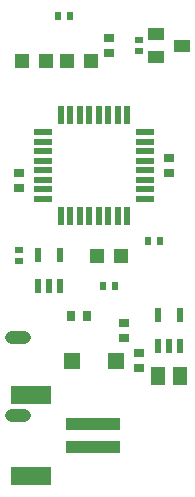
<source format=gbr>
G04 EAGLE Gerber RS-274X export*
G75*
%MOMM*%
%FSLAX34Y34*%
%LPD*%
%INSolderpaste Top*%
%IPPOS*%
%AMOC8*
5,1,8,0,0,1.08239X$1,22.5*%
G01*
%ADD10R,1.200000X1.200000*%
%ADD11R,1.500000X0.550000*%
%ADD12R,0.550000X1.500000*%
%ADD13R,0.600000X0.700000*%
%ADD14R,0.700000X0.600000*%
%ADD15R,0.900000X0.700000*%
%ADD16R,0.550000X1.200000*%
%ADD17R,1.400000X1.400000*%
%ADD18R,0.700000X0.900000*%
%ADD19R,1.300000X1.500000*%
%ADD20R,1.400000X1.000000*%
%ADD21R,4.600000X1.000000*%
%ADD22R,3.400000X1.600000*%
%ADD23C,1.066800*%


D10*
X-175600Y50800D03*
X-154600Y50800D03*
X-192700Y50800D03*
X-213700Y50800D03*
D11*
X-109400Y-66100D03*
X-109400Y-58100D03*
X-109400Y-50100D03*
X-109400Y-42100D03*
X-109400Y-34100D03*
X-109400Y-26100D03*
X-109400Y-18100D03*
X-109400Y-10100D03*
D12*
X-124400Y4900D03*
X-132400Y4900D03*
X-140400Y4900D03*
X-148400Y4900D03*
X-156400Y4900D03*
X-164400Y4900D03*
X-172400Y4900D03*
X-180400Y4900D03*
D11*
X-195400Y-10100D03*
X-195400Y-18100D03*
X-195400Y-26100D03*
X-195400Y-34100D03*
X-195400Y-42100D03*
X-195400Y-50100D03*
X-195400Y-58100D03*
X-195400Y-66100D03*
D12*
X-180400Y-81100D03*
X-172400Y-81100D03*
X-164400Y-81100D03*
X-156400Y-81100D03*
X-148400Y-81100D03*
X-140400Y-81100D03*
X-132400Y-81100D03*
X-124400Y-81100D03*
D13*
X-96600Y-101600D03*
X-106600Y-101600D03*
X-182800Y88900D03*
X-172800Y88900D03*
D14*
X-114300Y58500D03*
X-114300Y68500D03*
D15*
X-139700Y57000D03*
X-139700Y70000D03*
D16*
X-98400Y-190801D03*
X-88900Y-190801D03*
X-79400Y-190801D03*
X-79400Y-164799D03*
X-98400Y-164799D03*
D17*
X-133900Y-203200D03*
X-170900Y-203200D03*
D16*
X-200000Y-140001D03*
X-190500Y-140001D03*
X-181000Y-140001D03*
X-181000Y-113999D03*
X-200000Y-113999D03*
D10*
X-129200Y-114300D03*
X-150200Y-114300D03*
D15*
X-215900Y-44300D03*
X-215900Y-57300D03*
X-114300Y-196700D03*
X-114300Y-209700D03*
X-88900Y-31600D03*
X-88900Y-44600D03*
X-127000Y-171300D03*
X-127000Y-184300D03*
D13*
X-144700Y-139700D03*
X-134700Y-139700D03*
D14*
X-215900Y-119300D03*
X-215900Y-109300D03*
D18*
X-158600Y-165100D03*
X-171600Y-165100D03*
D19*
X-79400Y-215900D03*
X-98400Y-215900D03*
D20*
X-77900Y63500D03*
X-99900Y54000D03*
X-99900Y73000D03*
D21*
X-153500Y-276700D03*
X-153500Y-256700D03*
D22*
X-205500Y-300700D03*
X-205500Y-232700D03*
D23*
X-211582Y-248920D02*
X-222758Y-248920D01*
X-222758Y-182880D02*
X-211582Y-182880D01*
M02*

</source>
